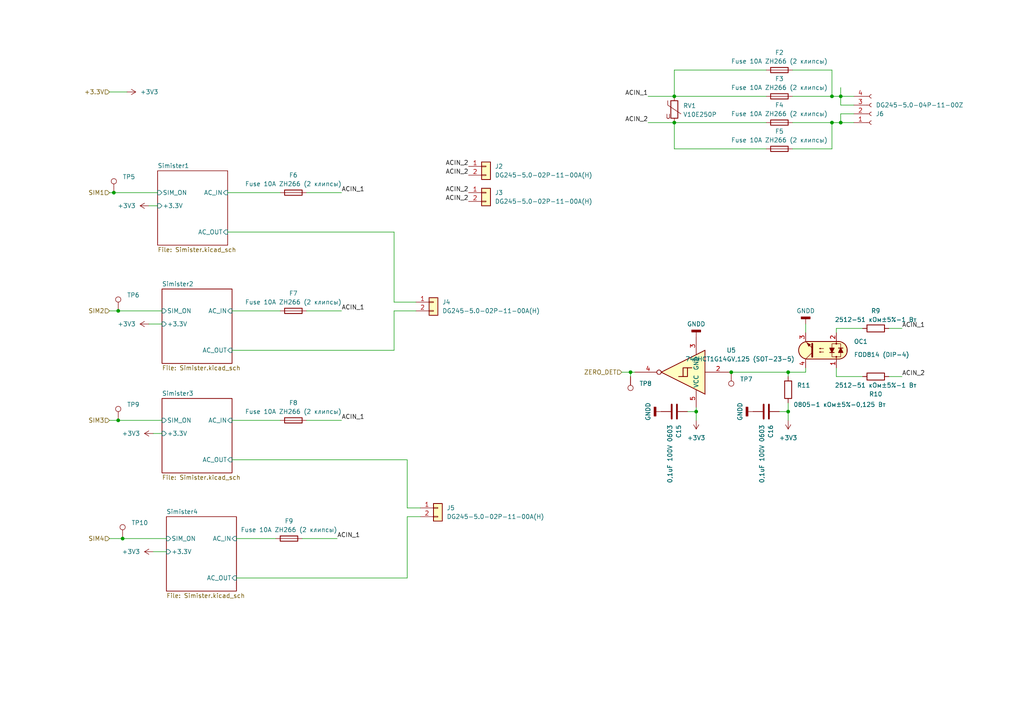
<source format=kicad_sch>
(kicad_sch (version 20250114) (generator "eeschema") (generator_version "9.0")
  (paper "A4")
  (lib_symbols
    (symbol "74xGxx:74AHCT1G14"
      (property "Reference" "U" (at -2.54 3.81 0))
      (property "Value" "74AHCT1G14" (at 0 -3.81 0))
      (symbol "74AHCT1G14_0_1"
        (polyline (pts (xy -7.62 6.35) (xy -7.62 -6.35) (xy 5.08 0) (xy -7.62 6.35)) (stroke (width 0.254)) (fill (type background)))
        (polyline (pts (xy -3.81 -1.27) (xy -2.54 -1.27) (xy -2.54 1.27) (xy 0 1.27)) (stroke (width 0.254)) (fill (type background)))
        (polyline (pts (xy -2.54 -1.27) (xy -1.27 -1.27) (xy -1.27 1.27)) (stroke (width 0.254)) (fill (type background)))
      )
      (symbol "74AHCT1G14_1_1"
        (pin input line (at -15.24 0 0) (length 7.62) (name "~") (number "2"))
        (pin power_in line (at -5.08 10.16 270) (length 5.08) (name "VCC") (number "5"))
        (pin power_in line (at -5.08 -10.16 90) (length 5.08) (name "GND") (number "3"))
        (pin output inverted (at 12.7 0 180) (length 7.62) (name "~") (number "4"))
      )
    )
    (symbol "Connector:Conn_01x04_Socket" (pin_names (offset 1.016) (hide yes))
      (property "Reference" "J" (at 0 5.08 0))
      (property "Value" "Conn_01x04_Socket" (at 0 -7.62 0))
      (symbol "Conn_01x04_Socket_1_1"
        (polyline (pts (xy -1.27 2.54) (xy -0.508 2.54)) (stroke (width 0.1524)))
        (polyline (pts (xy -1.27 0) (xy -0.508 0)) (stroke (width 0.1524)))
        (polyline (pts (xy -1.27 -2.54) (xy -0.508 -2.54)) (stroke (width 0.1524)))
        (polyline (pts (xy -1.27 -5.08) (xy -0.508 -5.08)) (stroke (width 0.1524)))
        (arc (start 0 2.032) (mid -0.5058 2.54) (end 0 3.048) (stroke (width 0.1524)))
        (arc (start 0 -0.508) (mid -0.5058 0) (end 0 0.508) (stroke (width 0.1524)))
        (arc (start 0 -3.048) (mid -0.5058 -2.54) (end 0 -2.032) (stroke (width 0.1524)))
        (arc (start 0 -5.588) (mid -0.5058 -5.08) (end 0 -4.572) (stroke (width 0.1524)))
        (pin passive line (at -5.08 2.54 0) (length 3.81) (name "Pin_1") (number "1"))
        (pin passive line (at -5.08 0 0) (length 3.81) (name "Pin_2") (number "2"))
        (pin passive line (at -5.08 -2.54 0) (length 3.81) (name "Pin_3") (number "3"))
        (pin passive line (at -5.08 -5.08 0) (length 3.81) (name "Pin_4") (number "4"))
      )
    )
    (symbol "Connector:TestPoint" (pin_numbers (hide yes)) (pin_names (offset 0.762) (hide yes))
      (property "Reference" "TP" (at 0 6.858 0))
      (property "Value" "TestPoint" (at 0 5.08 0))
      (symbol "TestPoint_0_1"
        (circle (center 0 3.302) (radius 0.762))
      )
      (symbol "TestPoint_1_1"
        (pin passive line (at 0 0 90) (length 2.54) (name "1") (number "1"))
      )
    )
    (symbol "Connector_Generic:Conn_01x02" (pin_names (offset 1.016) (hide yes))
      (property "Reference" "J" (at 0 2.54 0))
      (property "Value" "Conn_01x02" (at 0 -5.08 0))
      (symbol "Conn_01x02_1_1"
        (rectangle (start -1.27 1.27) (end 1.27 -3.81) (stroke (width 0.254)) (fill (type background)))
        (rectangle (start -1.27 0.127) (end 0 -0.127) (stroke (width 0.1524)))
        (rectangle (start -1.27 -2.413) (end 0 -2.667) (stroke (width 0.1524)))
        (pin passive line (at -5.08 0 0) (length 3.81) (name "Pin_1") (number "1"))
        (pin passive line (at -5.08 -2.54 0) (length 3.81) (name "Pin_2") (number "2"))
      )
    )
    (symbol "Device:C" (pin_numbers (hide yes)) (pin_names (offset 0.254))
      (property "Reference" "C" (at 0.635 2.54 0))
      (property "Value" "C" (at 0.635 -2.54 0))
      (symbol "C_0_1"
        (polyline (pts (xy -2.032 0.762) (xy 2.032 0.762)) (stroke (width 0.508)))
        (polyline (pts (xy -2.032 -0.762) (xy 2.032 -0.762)) (stroke (width 0.508)))
      )
      (symbol "C_1_1"
        (pin passive line (at 0 3.81 270) (length 2.794) (name "~") (number "1"))
        (pin passive line (at 0 -3.81 90) (length 2.794) (name "~") (number "2"))
      )
    )
    (symbol "Device:Fuse" (pin_numbers (hide yes)) (pin_names (offset 0))
      (property "Reference" "F" (at 2.032 0 90))
      (property "Value" "Fuse" (at -1.905 0 90))
      (symbol "Fuse_0_1"
        (rectangle (start -0.762 -2.54) (end 0.762 2.54) (stroke (width 0.254)))
        (polyline (pts (xy 0 2.54) (xy 0 -2.54)))
      )
      (symbol "Fuse_1_1"
        (pin passive line (at 0 3.81 270) (length 1.27) (name "~") (number "1"))
        (pin passive line (at 0 -3.81 90) (length 1.27) (name "~") (number "2"))
      )
    )
    (symbol "Device:R" (pin_numbers (hide yes)) (pin_names (offset 0))
      (property "Reference" "R" (at 2.032 0 90))
      (property "Value" "R" (at 0 0 90))
      (symbol "R_0_1"
        (rectangle (start -1.016 -2.54) (end 1.016 2.54) (stroke (width 0.254)))
      )
      (symbol "R_1_1"
        (pin passive line (at 0 3.81 270) (length 1.27) (name "~") (number "1"))
        (pin passive line (at 0 -3.81 90) (length 1.27) (name "~") (number "2"))
      )
    )
    (symbol "Device:Varistor" (pin_numbers (hide yes)) (pin_names (offset 0))
      (property "Reference" "RV" (at 3.175 0 90))
      (property "Value" "Varistor" (at -3.175 0 90))
      (symbol "Varistor_0_0"
        (text "U" (at -1.778 -2.032 0) (effects (font (size 1.27 1.27))))
      )
      (symbol "Varistor_0_1"
        (polyline (pts (xy -1.905 2.54) (xy -1.905 1.27) (xy 1.905 -1.27)))
        (rectangle (start -1.016 -2.54) (end 1.016 2.54) (stroke (width 0.254)))
      )
      (symbol "Varistor_1_1"
        (pin passive line (at 0 3.81 270) (length 1.27) (name "~") (number "1"))
        (pin passive line (at 0 -3.81 90) (length 1.27) (name "~") (number "2"))
      )
    )
    (symbol "GNDD_1" (power) (pin_numbers (hide yes)) (pin_names (offset 0) (hide yes))
      (property "Value" "GNDD_1" (at 0 -3.175 0))
      (symbol "GNDD_1_0_1"
        (rectangle (start -1.27 -1.524) (end 1.27 -2.032) (stroke (width 0.254)) (fill (type outline)))
        (polyline (pts (xy 0 0) (xy 0 -1.524)))
      )
      (symbol "GNDD_1_1_1"
        (pin power_in line (at 0 0 270) (length 0) (hide yes) (name "GNDD") (number "1"))
      )
    )
    (symbol "PCM_4ms_Power-symbol:+3.3V" (power) (pin_numbers (hide yes)) (pin_names (offset 0) (hide yes))
      (property "Value" "+3.3V" (at 0 3.556 0))
      (symbol "+3.3V_0_1"
        (polyline (pts (xy -0.762 1.27) (xy 0 2.54)))
        (polyline (pts (xy 0 2.54) (xy 0.762 1.27)))
        (polyline (pts (xy 0 0) (xy 0 2.54)))
      )
      (symbol "+3.3V_1_1"
        (pin power_in line (at 0 0 90) (length 0) (hide yes) (name "+3V3") (number "1"))
      )
    )
    (symbol "PCM_Optocoupler_AKL:FOD814" (pin_names (offset 1.016))
      (property "Reference" "OC" (at 7.62 1.27 0))
      (property "Value" "FOD814" (at 7.62 -1.27 0))
      (symbol "FOD814_0_1"
        (polyline (pts (xy -5.715 -0.635) (xy -4.445 -0.635)) (stroke (width 0.254)))
        (polyline (pts (xy -5.08 -0.635) (xy -5.715 0.635) (xy -4.445 0.635) (xy -5.08 -0.635)) (stroke (width 0.254)) (fill (type outline)))
        (polyline (pts (xy -4.445 2.54) (xy 4.572 2.54)) (stroke (width 0.254)))
        (arc (start -4.4675 -2.54) (mid -6.9851 0) (end -4.4675 2.54) (stroke (width 0.254)))
        (polyline (pts (xy -3.81 2.54) (xy 4.826 2.54) (xy 5.334 2.413) (xy 5.969 2.159) (xy 6.604 1.524) (xy 6.985 0.762) (xy 7.112 0) (xy 6.985 -0.889) (xy 6.477 -1.651) (xy 5.969 -2.159) (xy 5.334 -2.413) (xy 4.699 -2.54) (xy -5.08 -2.54) (xy -5.08 -2.54) (xy -5.842 -2.032) (xy -6.35 -1.778) (xy -6.858 -0.508) (xy -6.858 0.254) (xy -6.858 1.016) (xy -6.35 1.778) (xy -5.588 2.286) (xy -4.826 2.54) (xy -3.81 2.54)) (stroke (width 0.01)) (fill (type background)))
        (circle (center -3.81 1.905) (radius 0.1778) (fill (type outline)))
        (polyline (pts (xy -3.81 1.905) (xy -3.81 2.54)) (stroke (width 0.1524)))
        (circle (center -3.81 -1.905) (radius 0.1778) (fill (type outline)))
        (polyline (pts (xy -3.81 -2.54) (xy -3.81 -1.905) (xy -5.08 -1.905) (xy -5.08 1.905) (xy -2.54 1.905) (xy -2.54 -1.905) (xy -3.81 -1.905)) (stroke (width 0.1524)))
        (polyline (pts (xy -2.54 0.635) (xy -1.905 -0.635) (xy -3.175 -0.635) (xy -2.54 0.635)) (stroke (width 0.254)) (fill (type outline)))
        (polyline (pts (xy -1.905 0.635) (xy -3.175 0.635)) (stroke (width 0.254)))
        (polyline (pts (xy -0.127 0.508) (xy 1.143 0.508) (xy 0.762 0.381) (xy 0.762 0.635) (xy 1.143 0.508)))
        (polyline (pts (xy -0.127 -0.508) (xy 1.143 -0.508) (xy 0.762 -0.635) (xy 0.762 -0.381) (xy 1.143 -0.508)))
        (polyline (pts (xy 3.175 1.905) (xy 3.175 -1.905) (xy 3.175 -1.905)) (stroke (width 0.508)))
        (polyline (pts (xy 3.175 0.635) (xy 5.08 2.54)))
        (polyline (pts (xy 3.683 -1.651) (xy 4.191 -1.143) (xy 4.699 -2.159) (xy 3.683 -1.651) (xy 3.683 -1.651)) (fill (type outline)))
        (arc (start 4.5945 2.54) (mid 7.1121 0) (end 4.5945 -2.54) (stroke (width 0.254)))
        (polyline (pts (xy 4.572 -2.54) (xy -4.445 -2.54)) (stroke (width 0.254)))
        (polyline (pts (xy 5.08 -2.54) (xy 3.175 -0.635)) (fill (type outline)))
      )
      (symbol "FOD814_1_1"
        (pin passive line (at -3.81 5.08 270) (length 2.54) (name "~") (number "1"))
        (pin passive line (at -3.81 -5.08 90) (length 2.54) (name "~") (number "2"))
        (pin passive line (at 5.08 5.08 270) (length 2.54) (name "~") (number "4"))
        (pin passive line (at 5.08 -5.08 90) (length 2.54) (name "~") (number "3"))
      )
    )
    (symbol "power:GNDD" (power) (pin_numbers (hide yes)) (pin_names (offset 0) (hide yes))
      (property "Value" "GNDD" (at 0 -3.175 0))
      (symbol "GNDD_0_1"
        (rectangle (start -1.27 -1.524) (end 1.27 -2.032) (stroke (width 0.254)) (fill (type outline)))
        (polyline (pts (xy 0 0) (xy 0 -1.524)))
      )
      (symbol "GNDD_1_1"
        (pin power_in line (at 0 0 270) (length 0) (hide yes) (name "GNDD") (number "1"))
      )
    )
  )
  (junction (at 228.6 107.95))
  (junction (at 195.58 27.94))
  (junction (at 243.84 27.94))
  (junction (at 33.02 55.88))
  (junction (at 35.56 156.21))
  (junction (at 241.3 27.94))
  (junction (at 201.93 119.38))
  (junction (at 212.09 107.95))
  (junction (at 195.58 35.56))
  (junction (at 182.88 107.95))
  (junction (at 34.29 121.92))
  (junction (at 228.6 119.38))
  (junction (at 241.3 35.56))
  (junction (at 34.29 90.17))
  (junction (at 243.84 35.56))
  (wire (pts (xy 195.58 35.56) (xy 187.96 35.56)))
  (wire (pts (xy 228.6 107.95) (xy 228.6 109.22)))
  (wire (pts (xy 33.02 55.88) (xy 45.72 55.88)))
  (wire (pts (xy 195.58 43.18) (xy 222.25 43.18)))
  (wire (pts (xy 44.45 125.73) (xy 46.99 125.73)))
  (wire (pts (xy 247.65 30.48) (xy 243.84 30.48)))
  (wire (pts (xy 31.75 55.88) (xy 33.02 55.88)))
  (wire (pts (xy 31.75 156.21) (xy 35.56 156.21)))
  (wire (pts (xy 195.58 35.56) (xy 222.25 35.56)))
  (wire (pts (xy 67.31 133.35) (xy 118.11 133.35)))
  (wire (pts (xy 114.3 67.31) (xy 114.3 87.63)))
  (wire (pts (xy 195.58 43.18) (xy 195.58 35.56)))
  (wire (pts (xy 182.88 109.22) (xy 182.88 107.95)))
  (wire (pts (xy 243.84 33.02) (xy 243.84 35.56)))
  (wire (pts (xy 182.88 107.95) (xy 184.15 107.95)))
  (wire (pts (xy 66.04 55.88) (xy 81.28 55.88)))
  (wire (pts (xy 229.87 20.32) (xy 241.3 20.32)))
  (wire (pts (xy 67.31 121.92) (xy 81.28 121.92)))
  (wire (pts (xy 31.75 90.17) (xy 34.29 90.17)))
  (wire (pts (xy 118.11 147.32) (xy 121.92 147.32)))
  (wire (pts (xy 201.93 119.38) (xy 201.93 121.92)))
  (wire (pts (xy 114.3 101.6) (xy 114.3 90.17)))
  (wire (pts (xy 241.3 43.18) (xy 241.3 35.56)))
  (wire (pts (xy 34.29 90.17) (xy 46.99 90.17)))
  (wire (pts (xy 97.79 156.21) (xy 87.63 156.21)))
  (wire (pts (xy 43.18 59.69) (xy 45.72 59.69)))
  (wire (pts (xy 99.06 90.17) (xy 88.9 90.17)))
  (wire (pts (xy 233.68 107.95) (xy 233.68 106.68)))
  (wire (pts (xy 233.68 93.98) (xy 233.68 96.52)))
  (wire (pts (xy 195.58 20.32) (xy 195.58 27.94)))
  (wire (pts (xy 180.34 107.95) (xy 182.88 107.95)))
  (wire (pts (xy 31.75 121.92) (xy 34.29 121.92)))
  (wire (pts (xy 31.75 26.67) (xy 36.83 26.67)))
  (wire (pts (xy 114.3 90.17) (xy 120.65 90.17)))
  (wire (pts (xy 228.6 119.38) (xy 228.6 121.92)))
  (wire (pts (xy 34.29 121.92) (xy 46.99 121.92)))
  (wire (pts (xy 201.93 119.38) (xy 199.39 119.38)))
  (wire (pts (xy 67.31 101.6) (xy 114.3 101.6)))
  (wire (pts (xy 242.57 95.25) (xy 250.19 95.25)))
  (wire (pts (xy 229.87 35.56) (xy 241.3 35.56)))
  (wire (pts (xy 118.11 167.64) (xy 118.11 149.86)))
  (wire (pts (xy 118.11 149.86) (xy 121.92 149.86)))
  (wire (pts (xy 68.58 167.64) (xy 118.11 167.64)))
  (wire (pts (xy 43.18 93.98) (xy 46.99 93.98)))
  (wire (pts (xy 212.09 107.95) (xy 228.6 107.95)))
  (wire (pts (xy 229.87 27.94) (xy 241.3 27.94)))
  (wire (pts (xy 241.3 20.32) (xy 241.3 27.94)))
  (wire (pts (xy 241.3 35.56) (xy 243.84 35.56)))
  (wire (pts (xy 241.3 27.94) (xy 243.84 27.94)))
  (wire (pts (xy 242.57 95.25) (xy 242.57 96.52)))
  (wire (pts (xy 44.45 160.02) (xy 48.26 160.02)))
  (wire (pts (xy 247.65 33.02) (xy 243.84 33.02)))
  (wire (pts (xy 228.6 107.95) (xy 233.68 107.95)))
  (wire (pts (xy 243.84 25.4) (xy 243.84 27.94)))
  (wire (pts (xy 243.84 30.48) (xy 243.84 27.94)))
  (wire (pts (xy 229.87 43.18) (xy 241.3 43.18)))
  (wire (pts (xy 35.56 156.21) (xy 48.26 156.21)))
  (wire (pts (xy 257.81 109.22) (xy 261.62 109.22)))
  (wire (pts (xy 67.31 90.17) (xy 81.28 90.17)))
  (wire (pts (xy 201.93 118.11) (xy 201.93 119.38)))
  (wire (pts (xy 243.84 27.94) (xy 247.65 27.94)))
  (wire (pts (xy 99.06 121.92) (xy 88.9 121.92)))
  (wire (pts (xy 118.11 133.35) (xy 118.11 147.32)))
  (wire (pts (xy 257.81 95.25) (xy 261.62 95.25)))
  (wire (pts (xy 114.3 87.63) (xy 120.65 87.63)))
  (wire (pts (xy 187.96 27.94) (xy 195.58 27.94)))
  (wire (pts (xy 242.57 109.22) (xy 242.57 106.68)))
  (wire (pts (xy 68.58 156.21) (xy 80.01 156.21)))
  (wire (pts (xy 226.06 119.38) (xy 228.6 119.38)))
  (wire (pts (xy 195.58 20.32) (xy 222.25 20.32)))
  (wire (pts (xy 243.84 35.56) (xy 247.65 35.56)))
  (wire (pts (xy 195.58 27.94) (xy 222.25 27.94)))
  (wire (pts (xy 66.04 67.31) (xy 114.3 67.31)))
  (wire (pts (xy 228.6 116.84) (xy 228.6 119.38)))
  (wire (pts (xy 99.06 55.88) (xy 88.9 55.88)))
  (wire (pts (xy 242.57 109.22) (xy 250.19 109.22)))
  (label "ACIN_2" (at 135.89 48.26 180))
  (label "ACIN_2" (at 187.96 35.56 180))
  (label "ACIN_2" (at 135.89 58.42 180))
  (label "ACIN_1" (at 97.79 156.21 0))
  (label "ACIN_1" (at 99.06 55.88 0))
  (label "ACIN_2" (at 135.89 50.8 180))
  (label "ACIN_2" (at 135.89 55.88 180))
  (label "ACIN_1" (at 99.06 121.92 0))
  (label "ACIN_1" (at 99.06 90.17 0))
  (label "ACIN_1" (at 187.96 27.94 180))
  (label "ACIN_1" (at 261.62 95.25 0))
  (label "ACIN_2" (at 261.62 109.22 0))
  (hierarchical_label "SIM1" (shape input) (at 31.75 55.88 180))
  (hierarchical_label "SIM4" (shape input) (at 31.75 156.21 180))
  (hierarchical_label "ZERO_DET" (shape input) (at 180.34 107.95 180))
  (hierarchical_label "+3.3V" (shape input) (at 31.75 26.67 180))
  (hierarchical_label "SIM2" (shape input) (at 31.75 90.17 180))
  (hierarchical_label "SIM3" (shape input) (at 31.75 121.92 180))
  (symbol (lib_id "Device:Fuse") (at 83.82 156.21 270) (unit 1)
    (property "Reference" "F9" (at 83.82 151.13 90))
    (property "Value" "Fuse 10A ZH266 (2 клипсы)" (at 83.82 153.67 90))
    (property "Footprint" "Fuse:Fuseholder_100_series_5x20mm_D1,5" (effects (hide yes)))
  )
  (symbol (lib_id "PCM_4ms_Power-symbol:+3.3V") (at 201.93 121.92 180) (unit 1)
    (property "Reference" "#PWR047" (effects (hide yes)))
    (property "Value" "+3V3" (at 201.93 127 0))
  )
  (symbol (lib_id "Connector_Generic:Conn_01x02") (at 140.97 55.88 0) (unit 1)
    (property "Reference" "J3" (at 143.51 55.88 0) (effects (justify left)))
    (property "Value" "DG245-5.0-02P-11-00A(H)" (at 143.51 58.42 0) (effects (justify left)))
    (property "Footprint" "Connector:DG245-5.0-02P" (effects (hide yes)))
  )
  (symbol (lib_id "Connector:Conn_01x04_Socket") (at 252.73 33.02 0) (mirror x) (unit 1)
    (property "Reference" "J6" (at 254 33.02 0) (effects (justify left)))
    (property "Value" "DG245-5.0-04P-11-00Z" (at 254 30.48 0) (effects (justify left)))
    (property "Footprint" "Connector:DG245-5.0-04P" (effects (hide yes)))
  )
  (symbol (lib_id "Connector:TestPoint") (at 212.09 107.95 180) (unit 1) (in_bom no)
    (property "Reference" "TP7" (at 214.63 109.982 0) (effects (justify right)))
    (property "Value" "TestPoint" (effects (hide yes)))
    (property "Footprint" "PCM_4ms_TestPoint:TestPoint_D1" (effects (hide yes)))
    (instances (project "triac_board" (path "" (reference "TP7") (unit 1))) (project "Плата внешних шаговых двигателей" (path "" (reference "TP21") (unit 1)) (path "" (reference "TP5") (unit 1))))
  )
  (symbol (lib_id "Device:R") (at 228.6 113.03 0) (unit 1)
    (property "Reference" "R11" (at 231.14 111.76 0) (effects (justify left)))
    (property "Value" "0805-1 кОм±5%-0,125 Вт" (at 230.124 117.348 0) (effects (justify left)))
    (property "Footprint" "Resistor_SMD:R_0805_2012Metric_Pad1.20x1.40mm_HandSolder" (effects (hide yes)))
  )
  (symbol (lib_id "Connector:TestPoint") (at 34.29 121.92 0) (unit 1) (in_bom no)
    (property "Reference" "TP9" (at 36.83 117.348 0) (effects (justify left)))
    (property "Value" "TestPoint" (effects (hide yes)))
    (property "Footprint" "PCM_4ms_TestPoint:TestPoint_D1" (effects (hide yes)))
    (instances (project "triac_board" (path "" (reference "TP9") (unit 1))) (project "Плата внешних шаговых двигателей" (path "" (reference "TP21") (unit 1)) (path "" (reference "TP5") (unit 1))))
  )
  (symbol (lib_id "power:GNDD") (at 191.77 119.38 270) (unit 1)
    (property "Reference" "#PWR044" (effects (hide yes)))
    (property "Value" "GNDD" (at 187.96 119.38 0))
  )
  (symbol (lib_id "PCM_4ms_Power-symbol:+3.3V") (at 228.6 121.92 180) (unit 1)
    (property "Reference" "#PWR048" (effects (hide yes)))
    (property "Value" "+3V3" (at 228.6 127 0))
  )
  (symbol (lib_id "Connector_Generic:Conn_01x02") (at 125.73 87.63 0) (unit 1)
    (property "Reference" "J4" (at 128.27 87.63 0) (effects (justify left)))
    (property "Value" "DG245-5.0-02P-11-00A(H)" (at 128.27 90.17 0) (effects (justify left)))
    (property "Footprint" "Connector:DG245-5.0-02P" (effects (hide yes)))
  )
  (symbol (lib_id "PCM_4ms_Power-symbol:+3.3V") (at 43.18 93.98 90) (unit 1)
    (property "Reference" "#PWR041" (effects (hide yes)))
    (property "Value" "+3V3" (at 39.37 93.98 90) (effects (justify left)))
  )
  (symbol (lib_id "Device:Fuse") (at 226.06 27.94 270) (unit 1)
    (property "Reference" "F3" (at 226.06 22.86 90))
    (property "Value" "Fuse 10A ZH266 (2 клипсы)" (at 226.06 25.4 90))
    (property "Footprint" "Fuse:Fuseholder_100_series_5x20mm_D1,5" (effects (hide yes)))
  )
  (symbol (lib_id "Connector:TestPoint") (at 33.02 55.88 0) (unit 1) (in_bom no)
    (property "Reference" "TP5" (at 35.56 51.308 0) (effects (justify left)))
    (property "Value" "TestPoint" (effects (hide yes)))
    (property "Footprint" "PCM_4ms_TestPoint:TestPoint_D1" (effects (hide yes)))
    (instances (project "triac_board" (path "" (reference "TP5") (unit 1))) (project "Плата внешних шаговых двигателей" (path "" (reference "TP21") (unit 1)) (path "" (reference "TP5") (unit 1))))
  )
  (symbol (lib_id "Device:Fuse") (at 226.06 20.32 270) (unit 1)
    (property "Reference" "F2" (at 226.06 15.24 90))
    (property "Value" "Fuse 10A ZH266 (2 клипсы)" (at 226.06 17.78 90))
    (property "Footprint" "Fuse:Fuseholder_100_series_5x20mm_D1,5" (effects (hide yes)))
  )
  (symbol (lib_id "Device:C") (at 222.25 119.38 270) (unit 1)
    (property "Reference" "C16" (at 223.52 123.19 0) (effects (justify left)))
    (property "Value" "0,1uF 100V 0603" (at 220.98 123.19 0) (effects (justify left)))
    (property "Footprint" "Capacitor_SMD:C_0603_1608Metric" (effects (hide yes)))
  )
  (symbol (lib_id "PCM_4ms_Power-symbol:+3.3V") (at 44.45 125.73 90) (unit 1)
    (property "Reference" "#PWR049" (effects (hide yes)))
    (property "Value" "+3V3" (at 40.64 125.73 90) (effects (justify left)))
  )
  (symbol (lib_id "PCM_Optocoupler_AKL:FOD814") (at 238.76 101.6 180) (unit 1)
    (property "Reference" "OC1" (at 247.65 99.06 0) (effects (justify right)))
    (property "Value" "FOD814 (DIP-4)" (at 247.65 102.87 0) (effects (justify right)))
    (property "Footprint" "Package_DIP:DIP-4_W7.62mm_LongPads" (effects (hide yes)))
    (property "Datasheet" "https://www.tme.eu/Document/3a0358906a5fcb3aa253d025de809a1d/FOD814300W.PDF" (effects (hide yes)))
  )
  (symbol (lib_id "Device:Varistor") (at 195.58 31.75 0) (unit 1)
    (property "Reference" "RV1" (at 198.12 30.6733 0) (effects (justify left)))
    (property "Value" "V10E250P" (at 198.12 33.2133 0) (effects (justify left)))
    (property "Footprint" "Varistor:RV_Disc_D12mm_W5.8mm_P7.5mm" (effects (hide yes)))
    (property "Sim.Name" "kicad_builtin_varistor" (effects (hide yes)))
    (property "Sim.Device" "SUBCKT" (effects (hide yes)))
    (property "Sim.Pins" "1=A 2=B" (effects (hide yes)))
    (property "Sim.Params" "threshold=1k" (effects (hide yes)))
    (property "Sim.Library" "${KICAD7_SYMBOL_DIR}/Simulation_SPICE.sp" (effects (hide yes)))
  )
  (symbol (lib_id "Connector:TestPoint") (at 35.56 156.21 0) (unit 1) (in_bom no)
    (property "Reference" "TP10" (at 38.1 151.638 0) (effects (justify left)))
    (property "Value" "TestPoint" (effects (hide yes)))
    (property "Footprint" "PCM_4ms_TestPoint:TestPoint_D1" (effects (hide yes)))
    (instances (project "triac_board" (path "" (reference "TP10") (unit 1))) (project "Плата внешних шаговых двигателей" (path "" (reference "TP21") (unit 1)) (path "" (reference "TP5") (unit 1))))
  )
  (symbol (lib_id "power:GNDD") (at 218.44 119.38 270) (unit 1)
    (property "Reference" "#PWR046" (effects (hide yes)))
    (property "Value" "GNDD" (at 214.63 119.38 0))
  )
  (symbol (lib_id "Connector_Generic:Conn_01x02") (at 127 147.32 0) (unit 1)
    (property "Reference" "J5" (at 129.54 147.32 0) (effects (justify left)))
    (property "Value" "DG245-5.0-02P-11-00A(H)" (at 129.54 149.86 0) (effects (justify left)))
    (property "Footprint" "Connector:DG245-5.0-02P" (effects (hide yes)))
  )
  (symbol (lib_id "power:GNDD") (at 201.93 97.79 180) (unit 1)
    (property "Reference" "#PWR043" (effects (hide yes)))
    (property "Value" "GNDD" (at 201.93 93.98 0))
  )
  (symbol (lib_id "Device:Fuse") (at 226.06 43.18 270) (unit 1)
    (property "Reference" "F5" (at 226.06 38.1 90))
    (property "Value" "Fuse 10A ZH266 (2 клипсы)" (at 226.06 40.64 90))
    (property "Footprint" "Fuse:Fuseholder_100_series_5x20mm_D1,5" (effects (hide yes)))
  )
  (symbol (lib_id "Device:Fuse") (at 85.09 55.88 270) (unit 1)
    (property "Reference" "F6" (at 85.09 50.8 90))
    (property "Value" "Fuse 10A ZH266 (2 клипсы)" (at 85.09 53.34 90))
    (property "Footprint" "Fuse:Fuseholder_100_series_5x20mm_D1,5" (effects (hide yes)))
  )
  (symbol (lib_id "Device:Fuse") (at 85.09 121.92 270) (unit 1)
    (property "Reference" "F8" (at 85.09 116.84 90))
    (property "Value" "Fuse 10A ZH266 (2 клипсы)" (at 85.09 119.38 90))
    (property "Footprint" "Fuse:Fuseholder_100_series_5x20mm_D1,5" (effects (hide yes)))
  )
  (symbol (lib_id "Device:R") (at 254 109.22 90) (unit 1)
    (property "Reference" "R10" (at 254 114.3 90))
    (property "Value" "2512-51 кОм±5%-1 Вт" (at 254 111.76 90))
    (property "Footprint" "Resistor_SMD:R_2512_6332Metric" (effects (hide yes)))
  )
  (symbol (lib_id "Connector_Generic:Conn_01x02") (at 140.97 48.26 0) (unit 1)
    (property "Reference" "J2" (at 143.51 48.26 0) (effects (justify left)))
    (property "Value" "DG245-5.0-02P-11-00A(H)" (at 143.51 50.8 0) (effects (justify left)))
    (property "Footprint" "Connector:DG245-5.0-02P" (effects (hide yes)))
  )
  (symbol (lib_id "Device:Fuse") (at 85.09 90.17 270) (unit 1)
    (property "Reference" "F7" (at 85.09 85.09 90))
    (property "Value" "Fuse 10A ZH266 (2 клипсы)" (at 85.09 87.63 90))
    (property "Footprint" "Fuse:Fuseholder_100_series_5x20mm_D1,5" (effects (hide yes)))
  )
  (symbol (lib_id "PCM_4ms_Power-symbol:+3.3V") (at 44.45 160.02 90) (unit 1)
    (property "Reference" "#PWR050" (effects (hide yes)))
    (property "Value" "+3V3" (at 40.64 160.02 90) (effects (justify left)))
  )
  (symbol (lib_id "Device:C") (at 195.58 119.38 270) (unit 1)
    (property "Reference" "C15" (at 196.85 123.19 0) (effects (justify left)))
    (property "Value" "0,1uF 100V 0603" (at 194.31 123.19 0) (effects (justify left)))
    (property "Footprint" "Capacitor_SMD:C_0603_1608Metric" (effects (hide yes)))
  )
  (symbol (lib_id "PCM_4ms_Power-symbol:+3.3V") (at 36.83 26.67 270) (unit 1)
    (property "Reference" "#PWR013" (effects (hide yes)))
    (property "Value" "+3V3" (at 40.64 26.67 90) (effects (justify left)))
  )
  (symbol (lib_id "Connector:TestPoint") (at 182.88 109.22 180) (unit 1) (in_bom no)
    (property "Reference" "TP8" (at 185.42 111.252 0) (effects (justify right)))
    (property "Value" "TestPoint" (effects (hide yes)))
    (property "Footprint" "PCM_4ms_TestPoint:TestPoint_D1" (effects (hide yes)))
    (instances (project "triac_board" (path "" (reference "TP8") (unit 1))) (project "Плата внешних шаговых двигателей" (path "" (reference "TP21") (unit 1)) (path "" (reference "TP5") (unit 1))))
  )
  (symbol (lib_id "74xGxx:74AHCT1G14") (at 196.85 107.95 180) (unit 1)
    (property "Reference" "U5" (at 212.09 101.6 0))
    (property "Value" "74AHCT1G14GV,125 (SOT-23-5)" (at 214.63 104.14 0))
    (property "Footprint" "Package_TO_SOT_SMD:SOT-23-5" (effects (hide yes)))
    (property "Datasheet" "http://www.ti.com/lit/sg/scyt129e/scyt129e.pdf" (effects (hide yes)))
  )
  (symbol (lib_name "GNDD_1") (lib_id "power:GNDD") (at 233.68 93.98 180) (unit 1)
    (property "Reference" "#PWR042" (effects (hide yes)))
    (property "Value" "GNDD" (at 233.68 90.17 0))
  )
  (symbol (lib_id "PCM_4ms_Power-symbol:+3.3V") (at 43.18 59.69 90) (unit 1)
    (property "Reference" "#PWR040" (effects (hide yes)))
    (property "Value" "+3V3" (at 39.37 59.69 90) (effects (justify left)))
  )
  (symbol (lib_id "Device:R") (at 254 95.25 270) (unit 1)
    (property "Reference" "R9" (at 254 90.17 90))
    (property "Value" "2512-51 кОм±5%-1 Вт" (at 254 92.71 90))
    (property "Footprint" "Resistor_SMD:R_2512_6332Metric" (effects (hide yes)))
  )
  (symbol (lib_id "Device:Fuse") (at 226.06 35.56 270) (unit 1)
    (property "Reference" "F4" (at 226.06 30.48 90))
    (property "Value" "Fuse 10A ZH266 (2 клипсы)" (at 226.06 33.02 90))
    (property "Footprint" "Fuse:Fuseholder_100_series_5x20mm_D1,5" (effects (hide yes)))
  )
  (symbol (lib_id "Connector:TestPoint") (at 34.29 90.17 0) (unit 1) (in_bom no)
    (property "Reference" "TP6" (at 36.83 85.598 0) (effects (justify left)))
    (property "Value" "TestPoint" (effects (hide yes)))
    (property "Footprint" "PCM_4ms_TestPoint:TestPoint_D1" (effects (hide yes)))
    (instances (project "triac_board" (path "" (reference "TP6") (unit 1))) (project "Плата внешних шаговых двигателей" (path "" (reference "TP21") (unit 1)) (path "" (reference "TP5") (unit 1))))
  )
  (sheet (at 48.26 149.86) (size 20.32 21.59) (stroke (width 0.1524))
    (property "Sheetname" "Simister4" (at 48.26 149.1484 0) (effects (justify left bottom)))
    (property "Sheetfile" "Simister.kicad_sch" (at 48.26 172.0346 0) (effects (justify left top)))
    (pin "SIM_ON" input (at 48.26 156.21 180))
    (pin "+3.3V" input (at 48.26 160.02 180))
    (pin "AC_IN" input (at 68.58 156.21 0))
    (pin "AC_OUT" input (at 68.58 167.64 0))
  )
  (sheet (at 45.72 49.53) (size 20.32 21.59) (stroke (width 0.1524))
    (property "Sheetname" "Simister1" (at 45.72 48.8184 0) (effects (justify left bottom)))
    (property "Sheetfile" "Simister.kicad_sch" (at 45.72 71.7046 0) (effects (justify left top)))
    (pin "SIM_ON" input (at 45.72 55.88 180))
    (pin "+3.3V" input (at 45.72 59.69 180))
    (pin "AC_IN" input (at 66.04 55.88 0))
    (pin "AC_OUT" input (at 66.04 67.31 0))
  )
  (sheet (at 46.99 83.82) (size 20.32 21.59) (stroke (width 0.1524))
    (property "Sheetname" "Simister2" (at 46.99 83.1084 0) (effects (justify left bottom)))
    (property "Sheetfile" "Simister.kicad_sch" (at 46.99 105.9946 0) (effects (justify left top)))
    (pin "SIM_ON" input (at 46.99 90.17 180))
    (pin "+3.3V" input (at 46.99 93.98 180))
    (pin "AC_IN" input (at 67.31 90.17 0))
    (pin "AC_OUT" input (at 67.31 101.6 0))
  )
  (sheet (at 46.99 115.57) (size 20.32 21.59) (stroke (width 0.1524))
    (property "Sheetname" "Simister3" (at 46.99 114.8584 0) (effects (justify left bottom)))
    (property "Sheetfile" "Simister.kicad_sch" (at 46.99 137.7446 0) (effects (justify left top)))
    (pin "SIM_ON" input (at 46.99 121.92 180))
    (pin "+3.3V" input (at 46.99 125.73 180))
    (pin "AC_IN" input (at 67.31 121.92 0))
    (pin "AC_OUT" input (at 67.31 133.35 0))
  )
)
</source>
